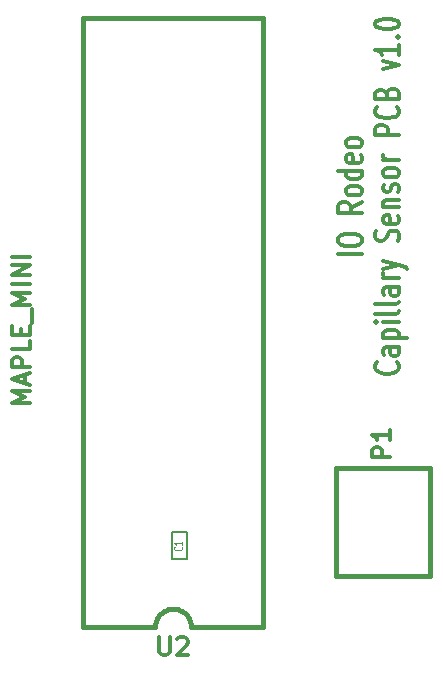
<source format=gto>
G04 (created by PCBNEW-RS274X (2011-07-19)-testing) date Thu 29 Dec 2011 06:25:09 PM PST*
G01*
G70*
G90*
%MOIN*%
G04 Gerber Fmt 3.4, Leading zero omitted, Abs format*
%FSLAX34Y34*%
G04 APERTURE LIST*
%ADD10C,0.006000*%
%ADD11C,0.012000*%
%ADD12C,0.015000*%
%ADD13C,0.005000*%
%ADD14C,0.004500*%
G04 APERTURE END LIST*
G54D10*
G54D11*
X52096Y-49060D02*
X51296Y-49060D01*
X51296Y-48660D02*
X51296Y-48546D01*
X51334Y-48488D01*
X51410Y-48431D01*
X51562Y-48403D01*
X51829Y-48403D01*
X51982Y-48431D01*
X52058Y-48488D01*
X52096Y-48546D01*
X52096Y-48660D01*
X52058Y-48717D01*
X51982Y-48774D01*
X51829Y-48803D01*
X51562Y-48803D01*
X51410Y-48774D01*
X51334Y-48717D01*
X51296Y-48660D01*
X52096Y-47345D02*
X51715Y-47545D01*
X52096Y-47688D02*
X51296Y-47688D01*
X51296Y-47460D01*
X51334Y-47402D01*
X51372Y-47374D01*
X51448Y-47345D01*
X51562Y-47345D01*
X51639Y-47374D01*
X51677Y-47402D01*
X51715Y-47460D01*
X51715Y-47688D01*
X52096Y-47002D02*
X52058Y-47060D01*
X52020Y-47088D01*
X51943Y-47117D01*
X51715Y-47117D01*
X51639Y-47088D01*
X51601Y-47060D01*
X51562Y-47002D01*
X51562Y-46917D01*
X51601Y-46860D01*
X51639Y-46831D01*
X51715Y-46802D01*
X51943Y-46802D01*
X52020Y-46831D01*
X52058Y-46860D01*
X52096Y-46917D01*
X52096Y-47002D01*
X52096Y-46288D02*
X51296Y-46288D01*
X52058Y-46288D02*
X52096Y-46345D01*
X52096Y-46459D01*
X52058Y-46517D01*
X52020Y-46545D01*
X51943Y-46574D01*
X51715Y-46574D01*
X51639Y-46545D01*
X51601Y-46517D01*
X51562Y-46459D01*
X51562Y-46345D01*
X51601Y-46288D01*
X52058Y-45774D02*
X52096Y-45831D01*
X52096Y-45945D01*
X52058Y-46002D01*
X51982Y-46031D01*
X51677Y-46031D01*
X51601Y-46002D01*
X51562Y-45945D01*
X51562Y-45831D01*
X51601Y-45774D01*
X51677Y-45745D01*
X51753Y-45745D01*
X51829Y-46031D01*
X52096Y-45402D02*
X52058Y-45460D01*
X52020Y-45488D01*
X51943Y-45517D01*
X51715Y-45517D01*
X51639Y-45488D01*
X51601Y-45460D01*
X51562Y-45402D01*
X51562Y-45317D01*
X51601Y-45260D01*
X51639Y-45231D01*
X51715Y-45202D01*
X51943Y-45202D01*
X52020Y-45231D01*
X52058Y-45260D01*
X52096Y-45317D01*
X52096Y-45402D01*
X53260Y-52687D02*
X53298Y-52716D01*
X53336Y-52802D01*
X53336Y-52859D01*
X53298Y-52944D01*
X53222Y-53002D01*
X53145Y-53030D01*
X52993Y-53059D01*
X52879Y-53059D01*
X52726Y-53030D01*
X52650Y-53002D01*
X52574Y-52944D01*
X52536Y-52859D01*
X52536Y-52802D01*
X52574Y-52716D01*
X52612Y-52687D01*
X53336Y-52173D02*
X52917Y-52173D01*
X52841Y-52202D01*
X52802Y-52259D01*
X52802Y-52373D01*
X52841Y-52430D01*
X53298Y-52173D02*
X53336Y-52230D01*
X53336Y-52373D01*
X53298Y-52430D01*
X53222Y-52459D01*
X53145Y-52459D01*
X53069Y-52430D01*
X53031Y-52373D01*
X53031Y-52230D01*
X52993Y-52173D01*
X52802Y-51887D02*
X53602Y-51887D01*
X52841Y-51887D02*
X52802Y-51830D01*
X52802Y-51716D01*
X52841Y-51659D01*
X52879Y-51630D01*
X52955Y-51601D01*
X53183Y-51601D01*
X53260Y-51630D01*
X53298Y-51659D01*
X53336Y-51716D01*
X53336Y-51830D01*
X53298Y-51887D01*
X53336Y-51344D02*
X52802Y-51344D01*
X52536Y-51344D02*
X52574Y-51373D01*
X52612Y-51344D01*
X52574Y-51316D01*
X52536Y-51344D01*
X52612Y-51344D01*
X53336Y-50972D02*
X53298Y-51030D01*
X53222Y-51058D01*
X52536Y-51058D01*
X53336Y-50658D02*
X53298Y-50716D01*
X53222Y-50744D01*
X52536Y-50744D01*
X53336Y-50173D02*
X52917Y-50173D01*
X52841Y-50202D01*
X52802Y-50259D01*
X52802Y-50373D01*
X52841Y-50430D01*
X53298Y-50173D02*
X53336Y-50230D01*
X53336Y-50373D01*
X53298Y-50430D01*
X53222Y-50459D01*
X53145Y-50459D01*
X53069Y-50430D01*
X53031Y-50373D01*
X53031Y-50230D01*
X52993Y-50173D01*
X53336Y-49887D02*
X52802Y-49887D01*
X52955Y-49887D02*
X52879Y-49859D01*
X52841Y-49830D01*
X52802Y-49773D01*
X52802Y-49716D01*
X52802Y-49573D02*
X53336Y-49430D01*
X52802Y-49288D02*
X53336Y-49430D01*
X53526Y-49488D01*
X53564Y-49516D01*
X53602Y-49573D01*
X53298Y-48631D02*
X53336Y-48545D01*
X53336Y-48402D01*
X53298Y-48345D01*
X53260Y-48316D01*
X53183Y-48288D01*
X53107Y-48288D01*
X53031Y-48316D01*
X52993Y-48345D01*
X52955Y-48402D01*
X52917Y-48516D01*
X52879Y-48574D01*
X52841Y-48602D01*
X52764Y-48631D01*
X52688Y-48631D01*
X52612Y-48602D01*
X52574Y-48574D01*
X52536Y-48516D01*
X52536Y-48374D01*
X52574Y-48288D01*
X53298Y-47803D02*
X53336Y-47860D01*
X53336Y-47974D01*
X53298Y-48031D01*
X53222Y-48060D01*
X52917Y-48060D01*
X52841Y-48031D01*
X52802Y-47974D01*
X52802Y-47860D01*
X52841Y-47803D01*
X52917Y-47774D01*
X52993Y-47774D01*
X53069Y-48060D01*
X52802Y-47517D02*
X53336Y-47517D01*
X52879Y-47517D02*
X52841Y-47489D01*
X52802Y-47431D01*
X52802Y-47346D01*
X52841Y-47289D01*
X52917Y-47260D01*
X53336Y-47260D01*
X53298Y-47003D02*
X53336Y-46946D01*
X53336Y-46831D01*
X53298Y-46774D01*
X53222Y-46746D01*
X53183Y-46746D01*
X53107Y-46774D01*
X53069Y-46831D01*
X53069Y-46917D01*
X53031Y-46974D01*
X52955Y-47003D01*
X52917Y-47003D01*
X52841Y-46974D01*
X52802Y-46917D01*
X52802Y-46831D01*
X52841Y-46774D01*
X53336Y-46402D02*
X53298Y-46460D01*
X53260Y-46488D01*
X53183Y-46517D01*
X52955Y-46517D01*
X52879Y-46488D01*
X52841Y-46460D01*
X52802Y-46402D01*
X52802Y-46317D01*
X52841Y-46260D01*
X52879Y-46231D01*
X52955Y-46202D01*
X53183Y-46202D01*
X53260Y-46231D01*
X53298Y-46260D01*
X53336Y-46317D01*
X53336Y-46402D01*
X53336Y-45945D02*
X52802Y-45945D01*
X52955Y-45945D02*
X52879Y-45917D01*
X52841Y-45888D01*
X52802Y-45831D01*
X52802Y-45774D01*
X53336Y-45117D02*
X52536Y-45117D01*
X52536Y-44889D01*
X52574Y-44831D01*
X52612Y-44803D01*
X52688Y-44774D01*
X52802Y-44774D01*
X52879Y-44803D01*
X52917Y-44831D01*
X52955Y-44889D01*
X52955Y-45117D01*
X53260Y-44174D02*
X53298Y-44203D01*
X53336Y-44289D01*
X53336Y-44346D01*
X53298Y-44431D01*
X53222Y-44489D01*
X53145Y-44517D01*
X52993Y-44546D01*
X52879Y-44546D01*
X52726Y-44517D01*
X52650Y-44489D01*
X52574Y-44431D01*
X52536Y-44346D01*
X52536Y-44289D01*
X52574Y-44203D01*
X52612Y-44174D01*
X52917Y-43717D02*
X52955Y-43631D01*
X52993Y-43603D01*
X53069Y-43574D01*
X53183Y-43574D01*
X53260Y-43603D01*
X53298Y-43631D01*
X53336Y-43689D01*
X53336Y-43917D01*
X52536Y-43917D01*
X52536Y-43717D01*
X52574Y-43660D01*
X52612Y-43631D01*
X52688Y-43603D01*
X52764Y-43603D01*
X52841Y-43631D01*
X52879Y-43660D01*
X52917Y-43717D01*
X52917Y-43917D01*
X52802Y-42917D02*
X53336Y-42774D01*
X52802Y-42632D01*
X53336Y-42089D02*
X53336Y-42432D01*
X53336Y-42260D02*
X52536Y-42260D01*
X52650Y-42317D01*
X52726Y-42375D01*
X52764Y-42432D01*
X53260Y-41832D02*
X53298Y-41804D01*
X53336Y-41832D01*
X53298Y-41861D01*
X53260Y-41832D01*
X53336Y-41832D01*
X52536Y-41432D02*
X52536Y-41375D01*
X52574Y-41318D01*
X52612Y-41289D01*
X52688Y-41260D01*
X52841Y-41232D01*
X53031Y-41232D01*
X53183Y-41260D01*
X53260Y-41289D01*
X53298Y-41318D01*
X53336Y-41375D01*
X53336Y-41432D01*
X53298Y-41489D01*
X53260Y-41518D01*
X53183Y-41546D01*
X53031Y-41575D01*
X52841Y-41575D01*
X52688Y-41546D01*
X52612Y-41518D01*
X52574Y-41489D01*
X52536Y-41432D01*
G54D12*
X51225Y-56189D02*
X54375Y-56189D01*
X54375Y-56189D02*
X54375Y-59811D01*
X54375Y-59811D02*
X51225Y-59811D01*
X51225Y-59811D02*
X51225Y-56189D01*
G54D13*
X46250Y-58350D02*
X46250Y-59250D01*
X46250Y-59250D02*
X45750Y-59250D01*
X45750Y-59250D02*
X45750Y-58350D01*
X45750Y-58350D02*
X46250Y-58350D01*
G54D12*
X48300Y-41200D02*
X48800Y-41200D01*
X43300Y-41200D02*
X42800Y-41200D01*
X48250Y-61500D02*
X48800Y-61500D01*
X43300Y-61500D02*
X42800Y-61500D01*
X46400Y-61500D02*
X46397Y-61448D01*
X46390Y-61396D01*
X46379Y-61345D01*
X46363Y-61295D01*
X46343Y-61247D01*
X46319Y-61201D01*
X46291Y-61156D01*
X46259Y-61115D01*
X46224Y-61076D01*
X46185Y-61041D01*
X46144Y-61009D01*
X46100Y-60981D01*
X46053Y-60957D01*
X46005Y-60937D01*
X45955Y-60921D01*
X45904Y-60910D01*
X45852Y-60903D01*
X45800Y-60900D01*
X45800Y-60900D02*
X45748Y-60903D01*
X45696Y-60910D01*
X45645Y-60921D01*
X45595Y-60937D01*
X45547Y-60957D01*
X45501Y-60981D01*
X45456Y-61009D01*
X45415Y-61041D01*
X45376Y-61076D01*
X45341Y-61115D01*
X45309Y-61156D01*
X45281Y-61201D01*
X45257Y-61247D01*
X45237Y-61295D01*
X45221Y-61345D01*
X45210Y-61396D01*
X45203Y-61448D01*
X45200Y-61500D01*
X48300Y-61500D02*
X46400Y-61500D01*
X43300Y-61500D02*
X45200Y-61500D01*
X48800Y-61450D02*
X48800Y-41200D01*
X48300Y-41200D02*
X43300Y-41200D01*
X42800Y-41200D02*
X42800Y-61450D01*
G54D11*
X53043Y-55842D02*
X52443Y-55842D01*
X52443Y-55614D01*
X52471Y-55556D01*
X52500Y-55528D01*
X52557Y-55499D01*
X52643Y-55499D01*
X52700Y-55528D01*
X52729Y-55556D01*
X52757Y-55614D01*
X52757Y-55842D01*
X53043Y-54928D02*
X53043Y-55271D01*
X53043Y-55099D02*
X52443Y-55099D01*
X52529Y-55156D01*
X52586Y-55214D01*
X52614Y-55271D01*
G54D14*
X46087Y-58829D02*
X46100Y-58838D01*
X46113Y-58864D01*
X46113Y-58881D01*
X46100Y-58906D01*
X46073Y-58924D01*
X46047Y-58932D01*
X45993Y-58941D01*
X45953Y-58941D01*
X45900Y-58932D01*
X45873Y-58924D01*
X45847Y-58906D01*
X45833Y-58881D01*
X45833Y-58864D01*
X45847Y-58838D01*
X45860Y-58829D01*
X46113Y-58658D02*
X46113Y-58761D01*
X46113Y-58709D02*
X45833Y-58709D01*
X45873Y-58726D01*
X45900Y-58744D01*
X45913Y-58761D01*
G54D11*
X45343Y-61843D02*
X45343Y-62329D01*
X45371Y-62386D01*
X45400Y-62414D01*
X45457Y-62443D01*
X45571Y-62443D01*
X45629Y-62414D01*
X45657Y-62386D01*
X45686Y-62329D01*
X45686Y-61843D01*
X45943Y-61900D02*
X45972Y-61871D01*
X46029Y-61843D01*
X46172Y-61843D01*
X46229Y-61871D01*
X46258Y-61900D01*
X46286Y-61957D01*
X46286Y-62014D01*
X46258Y-62100D01*
X45915Y-62443D01*
X46286Y-62443D01*
X41043Y-54043D02*
X40443Y-54043D01*
X40871Y-53843D01*
X40443Y-53643D01*
X41043Y-53643D01*
X40871Y-53386D02*
X40871Y-53100D01*
X41043Y-53443D02*
X40443Y-53243D01*
X41043Y-53043D01*
X41043Y-52843D02*
X40443Y-52843D01*
X40443Y-52615D01*
X40471Y-52557D01*
X40500Y-52529D01*
X40557Y-52500D01*
X40643Y-52500D01*
X40700Y-52529D01*
X40729Y-52557D01*
X40757Y-52615D01*
X40757Y-52843D01*
X41043Y-51957D02*
X41043Y-52243D01*
X40443Y-52243D01*
X40729Y-51757D02*
X40729Y-51557D01*
X41043Y-51471D02*
X41043Y-51757D01*
X40443Y-51757D01*
X40443Y-51471D01*
X41100Y-51357D02*
X41100Y-50900D01*
X41043Y-50757D02*
X40443Y-50757D01*
X40871Y-50557D01*
X40443Y-50357D01*
X41043Y-50357D01*
X41043Y-50071D02*
X40443Y-50071D01*
X41043Y-49785D02*
X40443Y-49785D01*
X41043Y-49442D01*
X40443Y-49442D01*
X41043Y-49156D02*
X40443Y-49156D01*
M02*

</source>
